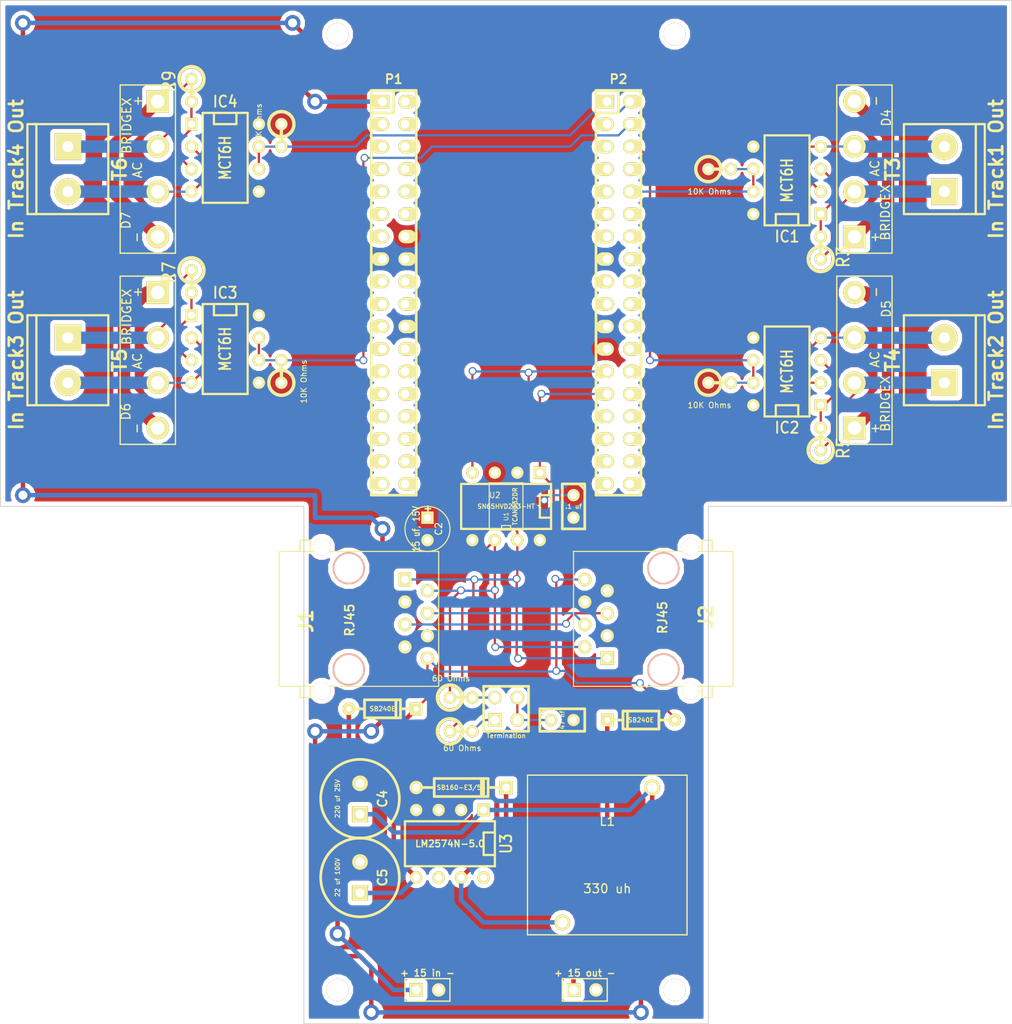
<source format=kicad_pcb>
(kicad_pcb (version 3) (host pcbnew "(22-Jun-2014 BZR 4027)-stable")
  (layers (15 F.Cu signal) (0 B.Cu signal) (18 B.Paste user) (19 F.Paste user) (20 B.SilkS user) (21 F.SilkS user) (22 B.Mask user) (23 F.Mask user) (28 Edge.Cuts user))
  (net 0 "")
  (net 1 +3.3V)
  (net 2 /CAN1_RX)
  (net 3 /CAN1_TX)
  (net 4 /CANH)
  (net 5 /CANL)
  (net 6 "/Occupancy Detector 1/OD1")
  (net 7 "/Occupancy Detector 2/OD2")
  (net 8 "/Occupancy Detector 3/OD3")
  (net 9 "/Occupancy Detector 4/OD4")
  (net 10 "/Power Supply/12-15 Volt input")
  (net 11 "/Power Supply/5V Out")
  (net 12 GND)
  (net 13 N-0000010)
  (net 14 N-000002)
  (net 15 N-000003)
  (net 16 N-000006)
  (net 17 N-000007)
  (net 18 N-0000071)
  (net 19 N-0000072)
  (net 20 N-0000082)
  (net 21 N-0000083)
  (net 22 N-0000084)
  (net 23 N-0000085)
  (net 24 N-0000086)
  (net 25 N-0000087)
  (net 26 N-0000088)
  (net 27 N-0000089)
  (net 28 N-0000090)
  (net 29 N-0000091)
  (net 30 N-0000092)
  (net 31 N-0000093)
  (net 32 N-0000094)
  (net 33 N-0000095)
  (net 34 N-0000096)
  (net 35 N-0000097)
  (net 36 N-0000098)
  (module pin_socket_18x2 (layer F.Cu) (at 128.27 102.87 270)
    (fp_text reference P1 (at -24.13 0 360) (layer F.SilkS) (effects (font (size 1.016 1.016) (thickness 0.2032))))
    (fp_text value POCKETBEAGLE-P1 hide)
    (pad 1 thru_hole rect (at -21.59 1.27 270) (size 1.524 1.99898) (drill 1.00076 (offset 0 0.24892)) (layers *.Cu *.Mask F.SilkS) (net 11 "/Power Supply/5V Out"))
    (pad 2 thru_hole oval (at -21.59 -1.27 270) (size 1.524 1.99898) (drill 1.00076 (offset 0 -0.24892)) (layers *.Cu *.Mask F.SilkS))
    (pad 3 thru_hole oval (at -19.05 1.27 270) (size 1.524 1.99898) (drill 1.00076 (offset 0 0.24892)) (layers *.Cu *.Mask F.SilkS))
    (pad 4 thru_hole oval (at -19.05 -1.27 270) (size 1.524 1.99898) (drill 1.00076 (offset 0 -0.24892)) (layers *.Cu *.Mask F.SilkS))
    (pad 5 thru_hole oval (at -16.51 1.27 270) (size 1.524 1.99898) (drill 1.00076 (offset 0 0.24892)) (layers *.Cu *.Mask F.SilkS))
    (pad 6 thru_hole oval (at -16.51 -1.27 270) (size 1.524 1.99898) (drill 1.00076 (offset 0 -0.24892)) (layers *.Cu *.Mask F.SilkS))
    (pad 7 thru_hole oval (at -13.97 1.27 270) (size 1.524 1.99898) (drill 1.00076 (offset 0 0.24892)) (layers *.Cu *.Mask F.SilkS))
    (pad 8 thru_hole oval (at -13.97 -1.27 270) (size 1.524 1.99898) (drill 1.00076 (offset 0 -0.24892)) (layers *.Cu *.Mask F.SilkS))
    (pad 9 thru_hole oval (at -11.43 1.27 270) (size 1.524 1.99898) (drill 1.00076 (offset 0 0.24892)) (layers *.Cu *.Mask F.SilkS))
    (pad 10 thru_hole oval (at -11.43 -1.27 270) (size 1.524 1.99898) (drill 1.00076 (offset 0 -0.24892)) (layers *.Cu *.Mask F.SilkS))
    (pad 11 thru_hole oval (at -8.89 1.27 270) (size 1.524 1.99898) (drill 1.00076 (offset 0 0.24892)) (layers *.Cu *.Mask F.SilkS))
    (pad 12 thru_hole oval (at -8.89 -1.27 270) (size 1.524 1.99898) (drill 1.00076 (offset 0 -0.24892)) (layers *.Cu *.Mask F.SilkS))
    (pad 13 thru_hole oval (at -6.35 1.27 270) (size 1.524 1.99898) (drill 1.00076 (offset 0 0.24892)) (layers *.Cu *.Mask F.SilkS))
    (pad 14 thru_hole oval (at -6.35 -1.27 270) (size 1.524 1.99898) (drill 1.00076 (offset 0 -0.24892)) (layers *.Cu *.Mask F.SilkS) (net 1 +3.3V))
    (pad 15 thru_hole oval (at -3.81 1.27 270) (size 1.524 1.99898) (drill 1.00076 (offset 0 0.24892)) (layers *.Cu *.Mask F.SilkS) (net 12 GND))
    (pad 16 thru_hole oval (at -3.81 -1.27 270) (size 1.524 1.99898) (drill 1.00076 (offset 0 -0.24892)) (layers *.Cu *.Mask F.SilkS) (net 12 GND))
    (pad 17 thru_hole oval (at -1.27 1.27 270) (size 1.524 1.99898) (drill 1.00076 (offset 0 0.24892)) (layers *.Cu *.Mask F.SilkS))
    (pad 18 thru_hole oval (at -1.27 -1.27 270) (size 1.524 1.99898) (drill 1.00076 (offset 0 -0.24892)) (layers *.Cu *.Mask F.SilkS))
    (pad 19 thru_hole oval (at 1.27 1.27 270) (size 1.524 1.99898) (drill 1.00076 (offset 0 0.24892)) (layers *.Cu *.Mask F.SilkS))
    (pad 20 thru_hole oval (at 1.27 -1.27 270) (size 1.524 1.99898) (drill 1.00076 (offset 0 -0.24892)) (layers *.Cu *.Mask F.SilkS))
    (pad 21 thru_hole oval (at 3.81 1.27 270) (size 1.524 1.99898) (drill 1.00076 (offset 0 0.24892)) (layers *.Cu *.Mask F.SilkS))
    (pad 22 thru_hole oval (at 3.81 -1.27 270) (size 1.524 1.99898) (drill 1.00076 (offset 0 -0.24892)) (layers *.Cu *.Mask F.SilkS) (net 12 GND))
    (pad 23 thru_hole oval (at 6.35 1.27 270) (size 1.524 1.99898) (drill 1.00076 (offset 0 0.24892)) (layers *.Cu *.Mask F.SilkS))
    (pad 24 thru_hole oval (at 6.35 -1.27 270) (size 1.524 1.99898) (drill 1.00076 (offset 0 -0.24892)) (layers *.Cu *.Mask F.SilkS))
    (pad 25 thru_hole oval (at 8.89 1.27 270) (size 1.524 1.99898) (drill 1.00076 (offset 0 0.24892)) (layers *.Cu *.Mask F.SilkS))
    (pad 26 thru_hole oval (at 8.89 -1.27 270) (size 1.524 1.99898) (drill 1.00076 (offset 0 -0.24892)) (layers *.Cu *.Mask F.SilkS))
    (pad 27 thru_hole oval (at 11.43 1.27 270) (size 1.524 1.99898) (drill 1.00076 (offset 0 0.24892)) (layers *.Cu *.Mask F.SilkS))
    (pad 28 thru_hole oval (at 11.43 -1.27 270) (size 1.524 1.99898) (drill 1.00076 (offset 0 -0.24892)) (layers *.Cu *.Mask F.SilkS))
    (pad 29 thru_hole oval (at 13.97 1.27 270) (size 1.524 1.99898) (drill 1.00076 (offset 0 0.24892)) (layers *.Cu *.Mask F.SilkS))
    (pad 30 thru_hole oval (at 13.97 -1.27 270) (size 1.524 1.99898) (drill 1.00076 (offset 0 -0.24892)) (layers *.Cu *.Mask F.SilkS))
    (pad 31 thru_hole oval (at 16.51 1.27 270) (size 1.524 1.99898) (drill 1.00076 (offset 0 0.24892)) (layers *.Cu *.Mask F.SilkS))
    (pad 32 thru_hole oval (at 16.51 -1.27 270) (size 1.524 1.99898) (drill 1.00076 (offset 0 -0.24892)) (layers *.Cu *.Mask F.SilkS))
    (pad 33 thru_hole oval (at 19.05 1.27 270) (size 1.524 1.99898) (drill 1.00076 (offset 0 0.24892)) (layers *.Cu *.Mask F.SilkS))
    (pad 34 thru_hole oval (at 19.05 -1.27 270) (size 1.524 1.99898) (drill 1.00076 (offset 0 -0.24892)) (layers *.Cu *.Mask F.SilkS))
    (pad 35 thru_hole oval (at 21.59 1.27 270) (size 1.524 1.99898) (drill 1.00076 (offset 0 0.24892)) (layers *.Cu *.Mask F.SilkS))
    (pad 36 thru_hole oval (at 21.59 -1.27 270) (size 1.524 1.99898) (drill 1.00076 (offset 0 -0.24892)) (layers *.Cu *.Mask F.SilkS))
  )
  (module pin_socket_18x2 (layer F.Cu) (at 153.67 102.87 270)
    (fp_text reference P2 (at -24.13 0 360) (layer F.SilkS) (effects (font (size 1.016 1.016) (thickness 0.2032))))
    (fp_text value POCKETBEAGLE-P2 hide)
    (pad 1 thru_hole rect (at -21.59 1.27 270) (size 1.524 1.99898) (drill 1.00076 (offset 0 0.24892)) (layers *.Cu *.Mask F.SilkS))
    (pad 2 thru_hole oval (at -21.59 -1.27 270) (size 1.524 1.99898) (drill 1.00076 (offset 0 -0.24892)) (layers *.Cu *.Mask F.SilkS) (net 9 "/Occupancy Detector 4/OD4"))
    (pad 3 thru_hole oval (at -19.05 1.27 270) (size 1.524 1.99898) (drill 1.00076 (offset 0 0.24892)) (layers *.Cu *.Mask F.SilkS))
    (pad 4 thru_hole oval (at -19.05 -1.27 270) (size 1.524 1.99898) (drill 1.00076 (offset 0 -0.24892)) (layers *.Cu *.Mask F.SilkS) (net 8 "/Occupancy Detector 3/OD3"))
    (pad 5 thru_hole oval (at -16.51 1.27 270) (size 1.524 1.99898) (drill 1.00076 (offset 0 0.24892)) (layers *.Cu *.Mask F.SilkS))
    (pad 6 thru_hole oval (at -16.51 -1.27 270) (size 1.524 1.99898) (drill 1.00076 (offset 0 -0.24892)) (layers *.Cu *.Mask F.SilkS) (net 7 "/Occupancy Detector 2/OD2"))
    (pad 7 thru_hole oval (at -13.97 1.27 270) (size 1.524 1.99898) (drill 1.00076 (offset 0 0.24892)) (layers *.Cu *.Mask F.SilkS))
    (pad 8 thru_hole oval (at -13.97 -1.27 270) (size 1.524 1.99898) (drill 1.00076 (offset 0 -0.24892)) (layers *.Cu *.Mask F.SilkS))
    (pad 9 thru_hole oval (at -11.43 1.27 270) (size 1.524 1.99898) (drill 1.00076 (offset 0 0.24892)) (layers *.Cu *.Mask F.SilkS))
    (pad 10 thru_hole oval (at -11.43 -1.27 270) (size 1.524 1.99898) (drill 1.00076 (offset 0 -0.24892)) (layers *.Cu *.Mask F.SilkS) (net 6 "/Occupancy Detector 1/OD1"))
    (pad 11 thru_hole oval (at -8.89 1.27 270) (size 1.524 1.99898) (drill 1.00076 (offset 0 0.24892)) (layers *.Cu *.Mask F.SilkS))
    (pad 12 thru_hole oval (at -8.89 -1.27 270) (size 1.524 1.99898) (drill 1.00076 (offset 0 -0.24892)) (layers *.Cu *.Mask F.SilkS))
    (pad 13 thru_hole oval (at -6.35 1.27 270) (size 1.524 1.99898) (drill 1.00076 (offset 0 0.24892)) (layers *.Cu *.Mask F.SilkS))
    (pad 14 thru_hole oval (at -6.35 -1.27 270) (size 1.524 1.99898) (drill 1.00076 (offset 0 -0.24892)) (layers *.Cu *.Mask F.SilkS))
    (pad 15 thru_hole oval (at -3.81 1.27 270) (size 1.524 1.99898) (drill 1.00076 (offset 0 0.24892)) (layers *.Cu *.Mask F.SilkS) (net 12 GND))
    (pad 16 thru_hole oval (at -3.81 -1.27 270) (size 1.524 1.99898) (drill 1.00076 (offset 0 -0.24892)) (layers *.Cu *.Mask F.SilkS))
    (pad 17 thru_hole oval (at -1.27 1.27 270) (size 1.524 1.99898) (drill 1.00076 (offset 0 0.24892)) (layers *.Cu *.Mask F.SilkS))
    (pad 18 thru_hole oval (at -1.27 -1.27 270) (size 1.524 1.99898) (drill 1.00076 (offset 0 -0.24892)) (layers *.Cu *.Mask F.SilkS))
    (pad 19 thru_hole oval (at 1.27 1.27 270) (size 1.524 1.99898) (drill 1.00076 (offset 0 0.24892)) (layers *.Cu *.Mask F.SilkS))
    (pad 20 thru_hole oval (at 1.27 -1.27 270) (size 1.524 1.99898) (drill 1.00076 (offset 0 -0.24892)) (layers *.Cu *.Mask F.SilkS))
    (pad 21 thru_hole oval (at 3.81 1.27 270) (size 1.524 1.99898) (drill 1.00076 (offset 0 0.24892)) (layers *.Cu *.Mask F.SilkS) (net 12 GND))
    (pad 22 thru_hole oval (at 3.81 -1.27 270) (size 1.524 1.99898) (drill 1.00076 (offset 0 -0.24892)) (layers *.Cu *.Mask F.SilkS))
    (pad 23 thru_hole oval (at 6.35 1.27 270) (size 1.524 1.99898) (drill 1.00076 (offset 0 0.24892)) (layers *.Cu *.Mask F.SilkS) (net 1 +3.3V))
    (pad 24 thru_hole oval (at 6.35 -1.27 270) (size 1.524 1.99898) (drill 1.00076 (offset 0 -0.24892)) (layers *.Cu *.Mask F.SilkS))
    (pad 25 thru_hole oval (at 8.89 1.27 270) (size 1.524 1.99898) (drill 1.00076 (offset 0 0.24892)) (layers *.Cu *.Mask F.SilkS) (net 2 /CAN1_RX))
    (pad 26 thru_hole oval (at 8.89 -1.27 270) (size 1.524 1.99898) (drill 1.00076 (offset 0 -0.24892)) (layers *.Cu *.Mask F.SilkS))
    (pad 27 thru_hole oval (at 11.43 1.27 270) (size 1.524 1.99898) (drill 1.00076 (offset 0 0.24892)) (layers *.Cu *.Mask F.SilkS) (net 3 /CAN1_TX))
    (pad 28 thru_hole oval (at 11.43 -1.27 270) (size 1.524 1.99898) (drill 1.00076 (offset 0 -0.24892)) (layers *.Cu *.Mask F.SilkS))
    (pad 29 thru_hole oval (at 13.97 1.27 270) (size 1.524 1.99898) (drill 1.00076 (offset 0 0.24892)) (layers *.Cu *.Mask F.SilkS))
    (pad 30 thru_hole oval (at 13.97 -1.27 270) (size 1.524 1.99898) (drill 1.00076 (offset 0 -0.24892)) (layers *.Cu *.Mask F.SilkS))
    (pad 31 thru_hole oval (at 16.51 1.27 270) (size 1.524 1.99898) (drill 1.00076 (offset 0 0.24892)) (layers *.Cu *.Mask F.SilkS))
    (pad 32 thru_hole oval (at 16.51 -1.27 270) (size 1.524 1.99898) (drill 1.00076 (offset 0 -0.24892)) (layers *.Cu *.Mask F.SilkS))
    (pad 33 thru_hole oval (at 19.05 1.27 270) (size 1.524 1.99898) (drill 1.00076 (offset 0 0.24892)) (layers *.Cu *.Mask F.SilkS))
    (pad 34 thru_hole oval (at 19.05 -1.27 270) (size 1.524 1.99898) (drill 1.00076 (offset 0 -0.24892)) (layers *.Cu *.Mask F.SilkS))
    (pad 35 thru_hole oval (at 21.59 1.27 270) (size 1.524 1.99898) (drill 1.00076 (offset 0 0.24892)) (layers *.Cu *.Mask F.SilkS))
    (pad 36 thru_hole oval (at 21.59 -1.27 270) (size 1.524 1.99898) (drill 1.00076 (offset 0 -0.24892)) (layers *.Cu *.Mask F.SilkS))
  )
  (module SOIC-8_N (layer F.Cu) (at 140.97 127 90)
    (fp_text reference U1 (at -1.143 0 90) (layer F.SilkS) (effects (font (size 0.5 0.5) (thickness 0.075))))
    (fp_text value TCAN332DR (at 0 1.016 90) (layer F.SilkS) (effects (font (size 0.5 0.5) (thickness 0.1))))
    (pad 8 smd rect (at -1.875 -2.7 90) (size 0.6 1.6) (layers F.Cu F.Paste F.Mask))
    (pad 1 smd rect (at -1.875 2.7 90) (size 0.6 1.6) (layers F.Cu F.Paste F.Mask) (net 3 /CAN1_TX))
    (pad 7 smd rect (at -0.625 -2.7 90) (size 0.6 1.6) (layers F.Cu F.Paste F.Mask) (net 4 /CANH))
    (pad 6 smd rect (at 0.625 -2.7 90) (size 0.6 1.6) (layers F.Cu F.Paste F.Mask) (net 5 /CANL))
    (pad 5 smd rect (at 1.875 -2.7 90) (size 0.6 1.6) (layers F.Cu F.Paste F.Mask))
    (pad 2 smd rect (at -0.625 2.7 90) (size 0.6 1.6) (layers F.Cu F.Paste F.Mask) (net 12 GND))
    (pad 3 smd rect (at 0.625 2.7 90) (size 0.6 1.6) (layers F.Cu F.Paste F.Mask) (net 1 +3.3V))
    (pad 4 smd rect (at 1.875 2.7 90) (size 0.6 1.6) (layers F.Cu F.Paste F.Mask) (net 2 /CAN1_RX))
  )
  (module ScrewTerm2.54-2 (layer F.Cu) (at 132.08 181.61)
    (fp_text reference T1 hide)
    (fp_text value "+ 15 in -" (at 0 -1.905) (layer F.SilkS) (effects (font (size 0.762 0.762) (thickness 0.1524))))
    (pad 1 thru_hole rect (at -1.27 0 90) (size 1.524 1.524) (drill 1.016) (layers *.Cu *.Mask F.SilkS) (net 18 N-0000071))
    (pad 2 thru_hole circle (at 1.27 0 90) (size 1.524 1.524) (drill 1.016) (layers *.Cu *.Mask F.SilkS) (net 12 GND))
  )
  (module ScrewTerm2.54-2 (layer F.Cu) (at 149.86 181.61)
    (fp_text reference T2 hide)
    (fp_text value "+ 15 out -" (at 0 -1.905) (layer F.SilkS) (effects (font (size 0.762 0.762) (thickness 0.1524))))
    (pad 1 thru_hole rect (at -1.27 0 90) (size 1.524 1.524) (drill 1.016) (layers *.Cu *.Mask F.SilkS) (net 19 N-0000072))
    (pad 2 thru_hole circle (at 1.27 0 90) (size 1.524 1.524) (drill 1.016) (layers *.Cu *.Mask F.SilkS) (net 12 GND))
  )
  (module RJ45_8N-S (layer F.Cu) (at 123.19 139.7 270)
    (fp_text reference J1 (at 0.254 4.826 270) (layer F.SilkS) (effects (font (size 1.524 1.524) (thickness 0.3048))))
    (fp_text value RJ45 (at 0.14224 -0.1016 270) (layer F.SilkS) (effects (font (size 1.00076 1.00076) (thickness 0.2032))))
    (pad "" np_thru_hole circle (at 5.715 0 270) (size 3.64998 3.64998) (drill 3.2512) (layers *.Cu *.SilkS *.Mask))
    (pad "" np_thru_hole circle (at -5.715 0 270) (size 3.64998 3.64998) (drill 3.2512) (layers *.Cu *.SilkS *.Mask))
    (pad 1 thru_hole rect (at -4.445 -6.35 270) (size 1.50114 1.50114) (drill 0.89916) (layers *.Cu *.Mask F.SilkS) (net 4 /CANH))
    (pad 2 thru_hole circle (at -3.175 -8.89 270) (size 1.50114 1.50114) (drill 0.89916) (layers *.Cu *.Mask F.SilkS) (net 5 /CANL))
    (pad 3 thru_hole circle (at -1.905 -6.35 270) (size 1.50114 1.50114) (drill 0.89916) (layers *.Cu *.Mask F.SilkS) (net 12 GND))
    (pad 4 thru_hole circle (at -0.635 -8.89 270) (size 1.50114 1.50114) (drill 0.89916) (layers *.Cu *.Mask F.SilkS) (net 15 N-000003))
    (pad 5 thru_hole circle (at 0.635 -6.35 270) (size 1.50114 1.50114) (drill 0.89916) (layers *.Cu *.Mask F.SilkS) (net 14 N-000002))
    (pad 6 thru_hole circle (at 1.905 -8.89 270) (size 1.50114 1.50114) (drill 0.89916) (layers *.Cu *.Mask F.SilkS) (net 12 GND))
    (pad 7 thru_hole circle (at 3.175 -6.35 270) (size 1.50114 1.50114) (drill 0.89916) (layers *.Cu *.Mask F.SilkS) (net 12 GND))
    (pad 8 thru_hole circle (at 4.445 -8.89 270) (size 1.50114 1.50114) (drill 0.89916) (layers *.Cu *.Mask F.SilkS) (net 10 "/Power Supply/12-15 Volt input"))
    (pad "" thru_hole circle (at -8.128 3.048 270) (size 1.9304 1.9304) (drill 1.9304) (layers *.Cu *.Mask F.SilkS))
    (pad "" thru_hole circle (at 8.128 3.048 270) (size 1.9304 1.9304) (drill 1.9304) (layers *.Cu *.Mask F.SilkS))
  )
  (module RJ45_8N-S (layer F.Cu) (at 158.75 139.7 90)
    (fp_text reference J2 (at 0.254 4.826 90) (layer F.SilkS) (effects (font (size 1.524 1.524) (thickness 0.3048))))
    (fp_text value RJ45 (at 0.14224 -0.1016 90) (layer F.SilkS) (effects (font (size 1.00076 1.00076) (thickness 0.2032))))
    (pad "" np_thru_hole circle (at 5.715 0 90) (size 3.64998 3.64998) (drill 3.2512) (layers *.Cu *.SilkS *.Mask))
    (pad "" np_thru_hole circle (at -5.715 0 90) (size 3.64998 3.64998) (drill 3.2512) (layers *.Cu *.SilkS *.Mask))
    (pad 1 thru_hole rect (at -4.445 -6.35 90) (size 1.50114 1.50114) (drill 0.89916) (layers *.Cu *.Mask F.SilkS) (net 4 /CANH))
    (pad 2 thru_hole circle (at -3.175 -8.89 90) (size 1.50114 1.50114) (drill 0.89916) (layers *.Cu *.Mask F.SilkS) (net 5 /CANL))
    (pad 3 thru_hole circle (at -1.905 -6.35 90) (size 1.50114 1.50114) (drill 0.89916) (layers *.Cu *.Mask F.SilkS) (net 12 GND))
    (pad 4 thru_hole circle (at -0.635 -8.89 90) (size 1.50114 1.50114) (drill 0.89916) (layers *.Cu *.Mask F.SilkS) (net 15 N-000003))
    (pad 5 thru_hole circle (at 0.635 -6.35 90) (size 1.50114 1.50114) (drill 0.89916) (layers *.Cu *.Mask F.SilkS) (net 14 N-000002))
    (pad 6 thru_hole circle (at 1.905 -8.89 90) (size 1.50114 1.50114) (drill 0.89916) (layers *.Cu *.Mask F.SilkS) (net 12 GND))
    (pad 7 thru_hole circle (at 3.175 -6.35 90) (size 1.50114 1.50114) (drill 0.89916) (layers *.Cu *.Mask F.SilkS) (net 12 GND))
    (pad 8 thru_hole circle (at 4.445 -8.89 90) (size 1.50114 1.50114) (drill 0.89916) (layers *.Cu *.Mask F.SilkS) (net 10 "/Power Supply/12-15 Volt input"))
    (pad "" thru_hole circle (at -8.128 3.048 90) (size 1.9304 1.9304) (drill 1.9304) (layers *.Cu *.Mask F.SilkS))
    (pad "" thru_hole circle (at 8.128 3.048 90) (size 1.9304 1.9304) (drill 1.9304) (layers *.Cu *.Mask F.SilkS))
  )
  (module R1 (layer F.Cu) (at 135.89 152.4)
    (fp_text reference R1 hide)
    (fp_text value "60 Ohms" (at 0.127 1.905) (layer F.SilkS) (effects (font (size 0.635 0.635) (thickness 0.1016))))
    (pad 1 thru_hole circle (at -1.27 0) (size 1.397 1.397) (drill 0.8128) (layers *.Cu *.Mask F.SilkS) (net 4 /CANH))
    (pad 2 thru_hole circle (at 1.27 0) (size 1.397 1.397) (drill 0.8128) (layers *.Cu *.Mask F.SilkS) (net 16 N-000006))
  )
  (module R1 (layer F.Cu) (at 135.89 148.59)
    (fp_text reference R2 hide)
    (fp_text value "60 Ohms" (at -1.143 -2.159) (layer F.SilkS) (effects (font (size 0.635 0.635) (thickness 0.1016))))
    (pad 1 thru_hole circle (at -1.27 0) (size 1.397 1.397) (drill 0.8128) (layers *.Cu *.Mask F.SilkS) (net 5 /CANL))
    (pad 2 thru_hole circle (at 1.27 0) (size 1.397 1.397) (drill 0.8128) (layers *.Cu *.Mask F.SilkS) (net 17 N-000007))
  )
  (module PIN_ARRAY_2X2 (layer F.Cu) (at 140.97 149.86)
    (fp_text reference JMP1 hide)
    (fp_text value Termination (at 0 3.048) (layer F.SilkS) (effects (font (size 0.508 0.508) (thickness 0.1016))))
    (pad 1 thru_hole rect (at -1.27 1.27) (size 1.524 1.524) (drill 1.016) (layers *.Cu *.Mask F.SilkS) (net 16 N-000006))
    (pad 2 thru_hole circle (at -1.27 -1.27) (size 1.524 1.524) (drill 1.016) (layers *.Cu *.Mask F.SilkS) (net 17 N-000007))
    (pad 3 thru_hole circle (at 1.27 1.27) (size 1.524 1.524) (drill 1.016) (layers *.Cu *.Mask F.SilkS) (net 13 N-0000010))
    (pad 4 thru_hole circle (at 1.27 -1.27) (size 1.524 1.524) (drill 1.016) (layers *.Cu *.Mask F.SilkS) (net 13 N-0000010))
  )
  (module DO-35 (layer F.Cu) (at 127 149.86)
    (fp_text reference D1 hide)
    (fp_text value SB240E (at 0 0) (layer F.SilkS) (effects (font (size 0.508 0.508) (thickness 0.1016))))
    (pad 2 thru_hole rect (at 3.81 0) (size 1.4224 1.4224) (drill 0.6096) (layers *.Cu *.Mask F.SilkS) (net 10 "/Power Supply/12-15 Volt input"))
    (pad 1 thru_hole circle (at -3.81 0) (size 1.4224 1.4224) (drill 0.6096) (layers *.Cu *.Mask F.SilkS) (net 18 N-0000071))
  )
  (module DIP-8__300 (layer F.Cu) (at 140.97 127 180)
    (fp_text reference U2 (at 1.27 1.27 180) (layer F.SilkS) (effects (font (size 0.635 0.635) (thickness 0.1016))))
    (fp_text value SN65HVD233-HT (at 0 0 180) (layer F.SilkS) (effects (font (size 0.508 0.508) (thickness 0.1016))))
    (pad 1 thru_hole rect (at -3.81 3.81 180) (size 1.397 1.397) (drill 0.8128) (layers *.Cu *.Mask F.SilkS) (net 3 /CAN1_TX))
    (pad 2 thru_hole circle (at -1.27 3.81 180) (size 1.397 1.397) (drill 0.8128) (layers *.Cu *.Mask F.SilkS) (net 12 GND))
    (pad 3 thru_hole circle (at 1.27 3.81 180) (size 1.397 1.397) (drill 0.8128) (layers *.Cu *.Mask F.SilkS) (net 1 +3.3V))
    (pad 4 thru_hole circle (at 3.81 3.81 180) (size 1.397 1.397) (drill 0.8128) (layers *.Cu *.Mask F.SilkS) (net 2 /CAN1_RX))
    (pad 5 thru_hole circle (at 3.81 -3.81 180) (size 1.397 1.397) (drill 0.8128) (layers *.Cu *.Mask F.SilkS) (net 12 GND))
    (pad 6 thru_hole circle (at 1.27 -3.81 180) (size 1.397 1.397) (drill 0.8128) (layers *.Cu *.Mask F.SilkS) (net 5 /CANL))
    (pad 7 thru_hole circle (at -1.27 -3.81 180) (size 1.397 1.397) (drill 0.8128) (layers *.Cu *.Mask F.SilkS) (net 4 /CANH))
    (pad 8 thru_hole circle (at -3.81 -3.81 180) (size 1.397 1.397) (drill 0.8128) (layers *.Cu *.Mask F.SilkS) (net 12 GND))
  )
  (module C1V5 (layer F.Cu) (at 132.08 129.54 270)
    (fp_text reference C2 (at 0 -1.26746 270) (layer F.SilkS) (effects (font (size 0.762 0.762) (thickness 0.127))))
    (fp_text value "15 uf, 15V" (at 0 1.27 270) (layer F.SilkS) (effects (font (size 0.762 0.635) (thickness 0.127))))
    (fp_text user + (at -2.286 0 270) (layer F.SilkS) (effects (font (size 0.762 0.762) (thickness 0.2032))))
    (pad 1 thru_hole rect (at -1.27 0 270) (size 1.397 1.397) (drill 0.8128) (layers *.Cu *.Mask F.SilkS) (net 1 +3.3V))
    (pad 2 thru_hole circle (at 1.27 0 270) (size 1.397 1.397) (drill 0.8128) (layers *.Cu *.Mask F.SilkS) (net 12 GND))
  )
  (module C1 (layer F.Cu) (at 148.59 127 270)
    (fp_text reference C1 hide)
    (fp_text value ".1 uf" (at 0 0 360) (layer F.SilkS) (effects (font (size 0.508 0.508) (thickness 0.1016))))
    (pad 1 thru_hole circle (at -1.27 0 270) (size 1.397 1.397) (drill 0.8128) (layers *.Cu *.Mask F.SilkS) (net 1 +3.3V))
    (pad 2 thru_hole circle (at 1.27 0 270) (size 1.397 1.397) (drill 0.8128) (layers *.Cu *.Mask F.SilkS) (net 12 GND))
  )
  (module C1 (layer F.Cu) (at 147.32 151.13)
    (fp_text reference C3 hide)
    (fp_text value "47 nf" (at 0 0 90) (layer F.SilkS) (effects (font (size 0.508 0.508) (thickness 0.1016))))
    (pad 1 thru_hole circle (at -1.27 0) (size 1.397 1.397) (drill 0.8128) (layers *.Cu *.Mask F.SilkS) (net 13 N-0000010))
    (pad 2 thru_hole circle (at 1.27 0) (size 1.397 1.397) (drill 0.8128) (layers *.Cu *.Mask F.SilkS) (net 12 GND))
  )
  (module DO-35 (layer F.Cu) (at 156.21 151.13 180)
    (fp_text reference D2 hide)
    (fp_text value SB240E (at 0 0 180) (layer F.SilkS) (effects (font (size 0.508 0.508) (thickness 0.1016))))
    (pad 2 thru_hole rect (at 3.81 0 180) (size 1.4224 1.4224) (drill 0.6096) (layers *.Cu *.Mask F.SilkS) (net 19 N-0000072))
    (pad 1 thru_hole circle (at -3.81 0 180) (size 1.4224 1.4224) (drill 0.6096) (layers *.Cu *.Mask F.SilkS) (net 10 "/Power Supply/12-15 Volt input"))
  )
  (module MountingHole_2-5mm_RevA_Date21Jun2010 (layer F.Cu) (at 160.02 73.66)
    (fp_text reference MH hide)
    (fp_text value MountingHole_2-5mm_RevA_Date21Jun2010 hide)
    (pad 1 thru_hole circle (at 0 0) (size 2.49936 2.49936) (drill 2.49936) (layers))
  )
  (module MountingHole_2-5mm_RevA_Date21Jun2010 (layer F.Cu) (at 121.92 73.66)
    (fp_text reference MH hide)
    (fp_text value MountingHole_2-5mm_RevA_Date21Jun2010 hide)
    (pad 1 thru_hole circle (at 0 0) (size 2.49936 2.49936) (drill 2.49936) (layers))
  )
  (module MountingHole_2-5mm_RevA_Date21Jun2010 (layer F.Cu) (at 160.02 181.61)
    (fp_text reference MH hide)
    (fp_text value MountingHole_2-5mm_RevA_Date21Jun2010 hide)
    (pad 1 thru_hole circle (at 0 0) (size 2.49936 2.49936) (drill 2.49936) (layers))
  )
  (module MountingHole_2-5mm_RevA_Date21Jun2010 (layer F.Cu) (at 121.92 181.61)
    (fp_text reference MH hide)
    (fp_text value MountingHole_2-5mm_RevA_Date21Jun2010 hide)
    (pad 1 thru_hole circle (at 0 0) (size 2.49936 2.49936) (drill 2.49936) (layers))
  )
  (module DO-41 (layer F.Cu) (at 135.89 158.75)
    (fp_text reference D3 hide)
    (fp_text value SB160-E3/54 (at 0 0) (layer F.SilkS) (effects (font (size 0.508 0.508) (thickness 0.1016))))
    (pad 2 thru_hole rect (at 5.08 0) (size 1.524 1.524) (drill 0.889) (layers *.Cu *.Mask F.SilkS) (net 24 N-0000086))
    (pad 1 thru_hole circle (at -5.08 0) (size 1.524 1.524) (drill 0.889) (layers *.Cu *.Mask F.SilkS) (net 12 GND))
  )
  (module DIP-8__300 (layer F.Cu) (at 134.62 165.1 180)
    (fp_text reference U3 (at -6.35 0 270) (layer F.SilkS) (effects (font (size 1.27 1.143) (thickness 0.2032))))
    (fp_text value LM2574N-5.0 (at 0 0 180) (layer F.SilkS) (effects (font (size 0.75 0.75))))
    (pad 1 thru_hole rect (at -3.81 3.81 180) (size 1.397 1.397) (drill 0.8128) (layers *.Cu *.Mask F.SilkS) (net 11 "/Power Supply/5V Out"))
    (pad 2 thru_hole circle (at -1.27 3.81 180) (size 1.397 1.397) (drill 0.8128) (layers *.Cu *.Mask F.SilkS) (net 12 GND))
    (pad 3 thru_hole circle (at 1.27 3.81 180) (size 1.397 1.397) (drill 0.8128) (layers *.Cu *.Mask F.SilkS) (net 12 GND))
    (pad 4 thru_hole circle (at 3.81 3.81 180) (size 1.397 1.397) (drill 0.8128) (layers *.Cu *.Mask F.SilkS) (net 12 GND))
    (pad 5 thru_hole circle (at 3.81 -3.81 180) (size 1.397 1.397) (drill 0.8128) (layers *.Cu *.Mask F.SilkS) (net 10 "/Power Supply/12-15 Volt input"))
    (pad 6 thru_hole circle (at 1.27 -3.81 180) (size 1.397 1.397) (drill 0.8128) (layers *.Cu *.Mask F.SilkS))
    (pad 7 thru_hole circle (at -1.27 -3.81 180) (size 1.397 1.397) (drill 0.8128) (layers *.Cu *.Mask F.SilkS) (net 24 N-0000086))
    (pad 8 thru_hole circle (at -3.81 -3.81 180) (size 1.397 1.397) (drill 0.8128) (layers *.Cu *.Mask F.SilkS))
  )
  (module C1-3V8 (layer F.Cu) (at 124.46 160.02 90)
    (fp_text reference C4 (at 0 2.54 90) (layer F.SilkS) (effects (font (size 1.016 1.016) (thickness 0.2032))))
    (fp_text value "220 uf 25V" (at 0 -2.54 90) (layer F.SilkS) (effects (font (size 0.508 0.508) (thickness 0.1016))))
    (pad 1 thru_hole rect (at -1.75 0 90) (size 1.778 1.778) (drill 1.016) (layers *.Cu *.Mask F.SilkS) (net 11 "/Power Supply/5V Out"))
    (pad 2 thru_hole circle (at 1.75 0 90) (size 1.778 1.778) (drill 1.016) (layers *.Cu *.Mask F.SilkS) (net 12 GND))
  )
  (module C1-3V8 (layer F.Cu) (at 124.46 168.91 90)
    (fp_text reference C5 (at 0 2.54 90) (layer F.SilkS) (effects (font (size 1.016 1.016) (thickness 0.2032))))
    (fp_text value "22 uf 100V" (at 0 -2.54 90) (layer F.SilkS) (effects (font (size 0.508 0.508) (thickness 0.1016))))
    (pad 1 thru_hole rect (at -1.75 0 90) (size 1.778 1.778) (drill 1.016) (layers *.Cu *.Mask F.SilkS) (net 10 "/Power Supply/12-15 Volt input"))
    (pad 2 thru_hole circle (at 1.75 0 90) (size 1.778 1.778) (drill 1.016) (layers *.Cu *.Mask F.SilkS) (net 12 GND))
  )
  (module PE-LowProfile (layer F.Cu) (at 152.4 166.37)
    (fp_text reference L1 (at 0 -3.81) (layer F.SilkS))
    (fp_text value "330 uh" (at 0 3.81) (layer F.SilkS))
    (pad 1 thru_hole circle (at 5.08 -7.62) (size 1.78 1.78) (drill 1.14) (layers *.Cu *.Mask F.SilkS) (net 11 "/Power Supply/5V Out"))
    (pad 2 thru_hole circle (at -5.08 7.62) (size 1.78 1.78) (drill 1.14) (layers *.Cu *.Mask F.SilkS) (net 24 N-0000086))
  )
  (module R1 (layer F.Cu) (at 176.53 97.79 90)
    (fp_text reference R3 (at -1.016 2.54 90) (layer F.SilkS) (effects (font (size 1.397 1.27) (thickness 0.2032))))
    (fp_text value "10 Ohms" hide)
    (pad 1 thru_hole circle (at -1.27 0 90) (size 1.397 1.397) (drill 0.8128) (layers *.Cu *.Mask F.SilkS) (net 33 N-0000095))
    (pad 2 thru_hole circle (at 1.27 0 90) (size 1.397 1.397) (drill 0.8128) (layers *.Cu *.Mask F.SilkS) (net 35 N-0000097))
  )
  (module R1 (layer F.Cu) (at 115.57 85.09 270)
    (fp_text reference R10 hide)
    (fp_text value "10K Ohms" (at -1.143 2.54 270) (layer F.SilkS) (effects (font (size 0.635 0.635) (thickness 0.1016))))
    (pad 1 thru_hole circle (at -1.27 0 270) (size 1.397 1.397) (drill 0.8128) (layers *.Cu *.Mask F.SilkS) (net 1 +3.3V))
    (pad 2 thru_hole circle (at 1.27 0 270) (size 1.397 1.397) (drill 0.8128) (layers *.Cu *.Mask F.SilkS) (net 9 "/Occupancy Detector 4/OD4"))
  )
  (module R1 (layer F.Cu) (at 165.1 88.9)
    (fp_text reference R4 hide)
    (fp_text value "10K Ohms" (at -1.143 2.54) (layer F.SilkS) (effects (font (size 0.635 0.635) (thickness 0.1016))))
    (pad 1 thru_hole circle (at -1.27 0) (size 1.397 1.397) (drill 0.8128) (layers *.Cu *.Mask F.SilkS) (net 1 +3.3V))
    (pad 2 thru_hole circle (at 1.27 0) (size 1.397 1.397) (drill 0.8128) (layers *.Cu *.Mask F.SilkS) (net 6 "/Occupancy Detector 1/OD1"))
  )
  (module R1 (layer F.Cu) (at 105.41 80.01 270)
    (fp_text reference R9 (at -1.016 2.54 270) (layer F.SilkS) (effects (font (size 1.397 1.27) (thickness 0.2032))))
    (fp_text value "10 Ohms" hide)
    (pad 1 thru_hole circle (at -1.27 0 270) (size 1.397 1.397) (drill 0.8128) (layers *.Cu *.Mask F.SilkS) (net 25 N-0000087))
    (pad 2 thru_hole circle (at 1.27 0 270) (size 1.397 1.397) (drill 0.8128) (layers *.Cu *.Mask F.SilkS) (net 27 N-0000089))
  )
  (module R1 (layer F.Cu) (at 176.53 119.38 90)
    (fp_text reference R5 (at -1.016 2.54 90) (layer F.SilkS) (effects (font (size 1.397 1.27) (thickness 0.2032))))
    (fp_text value "10 Ohms" hide)
    (pad 1 thru_hole circle (at -1.27 0 90) (size 1.397 1.397) (drill 0.8128) (layers *.Cu *.Mask F.SilkS) (net 20 N-0000082))
    (pad 2 thru_hole circle (at 1.27 0 90) (size 1.397 1.397) (drill 0.8128) (layers *.Cu *.Mask F.SilkS) (net 22 N-0000084))
  )
  (module R1 (layer F.Cu) (at 115.57 111.76 90)
    (fp_text reference R8 hide)
    (fp_text value "10K Ohms" (at -1.143 2.54 90) (layer F.SilkS) (effects (font (size 0.635 0.635) (thickness 0.1016))))
    (pad 1 thru_hole circle (at -1.27 0 90) (size 1.397 1.397) (drill 0.8128) (layers *.Cu *.Mask F.SilkS) (net 1 +3.3V))
    (pad 2 thru_hole circle (at 1.27 0 90) (size 1.397 1.397) (drill 0.8128) (layers *.Cu *.Mask F.SilkS) (net 8 "/Occupancy Detector 3/OD3"))
  )
  (module R1 (layer F.Cu) (at 165.1 113.03)
    (fp_text reference R6 hide)
    (fp_text value "10K Ohms" (at -1.143 2.54) (layer F.SilkS) (effects (font (size 0.635 0.635) (thickness 0.1016))))
    (pad 1 thru_hole circle (at -1.27 0) (size 1.397 1.397) (drill 0.8128) (layers *.Cu *.Mask F.SilkS) (net 1 +3.3V))
    (pad 2 thru_hole circle (at 1.27 0) (size 1.397 1.397) (drill 0.8128) (layers *.Cu *.Mask F.SilkS) (net 7 "/Occupancy Detector 2/OD2"))
  )
  (module R1 (layer F.Cu) (at 105.41 101.6 270)
    (fp_text reference R7 (at -1.016 2.54 270) (layer F.SilkS) (effects (font (size 1.397 1.27) (thickness 0.2032))))
    (fp_text value "10 Ohms" hide)
    (pad 1 thru_hole circle (at -1.27 0 270) (size 1.397 1.397) (drill 0.8128) (layers *.Cu *.Mask F.SilkS) (net 31 N-0000093))
    (pad 2 thru_hole circle (at 1.27 0 270) (size 1.397 1.397) (drill 0.8128) (layers *.Cu *.Mask F.SilkS) (net 30 N-0000092))
  )
  (module KBL (layer F.Cu) (at 180.34 110.49 90)
    (fp_text reference D5 (at 5.8 3.6 90) (layer F.SilkS))
    (fp_text value BRIDGEX (at -4.9 3.5 90) (layer F.SilkS))
    (fp_text user AC (at 0.1 2.3 90) (layer F.SilkS))
    (fp_text user - (at 7.7 2.4 90) (layer F.SilkS))
    (fp_text user + (at -7.7 2.3 90) (layer F.SilkS))
    (pad 1 thru_hole rect (at -7.65 0 90) (size 2.54 2.54) (drill 1.524) (layers *.Cu *.Mask F.SilkS) (net 21 N-0000083))
    (pad 2 thru_hole circle (at -2.55 0 90) (size 2.54 2.54) (drill 1.524) (layers *.Cu *.Mask F.SilkS) (net 20 N-0000082))
    (pad 3 thru_hole circle (at 2.55 0 90) (size 2.54 2.54) (drill 1.524) (layers *.Cu *.Mask F.SilkS) (net 23 N-0000085))
    (pad 4 thru_hole circle (at 7.65 0 90) (size 2.54 2.54) (drill 1.524) (layers *.Cu *.Mask F.SilkS) (net 21 N-0000083))
  )
  (module KBL (layer F.Cu) (at 101.6 110.49 270)
    (fp_text reference D6 (at 5.8 3.6 270) (layer F.SilkS))
    (fp_text value BRIDGEX (at -4.9 3.5 270) (layer F.SilkS))
    (fp_text user AC (at 0.1 2.3 270) (layer F.SilkS))
    (fp_text user - (at 7.7 2.4 270) (layer F.SilkS))
    (fp_text user + (at -7.7 2.3 270) (layer F.SilkS))
    (pad 1 thru_hole rect (at -7.65 0 270) (size 2.54 2.54) (drill 1.524) (layers *.Cu *.Mask F.SilkS) (net 32 N-0000094))
    (pad 2 thru_hole circle (at -2.55 0 270) (size 2.54 2.54) (drill 1.524) (layers *.Cu *.Mask F.SilkS) (net 31 N-0000093))
    (pad 3 thru_hole circle (at 2.55 0 270) (size 2.54 2.54) (drill 1.524) (layers *.Cu *.Mask F.SilkS) (net 29 N-0000091))
    (pad 4 thru_hole circle (at 7.65 0 270) (size 2.54 2.54) (drill 1.524) (layers *.Cu *.Mask F.SilkS) (net 32 N-0000094))
  )
  (module KBL (layer F.Cu) (at 180.34 88.9 90)
    (fp_text reference D4 (at 5.8 3.6 90) (layer F.SilkS))
    (fp_text value BRIDGEX (at -4.9 3.5 90) (layer F.SilkS))
    (fp_text user AC (at 0.1 2.3 90) (layer F.SilkS))
    (fp_text user - (at 7.7 2.4 90) (layer F.SilkS))
    (fp_text user + (at -7.7 2.3 90) (layer F.SilkS))
    (pad 1 thru_hole rect (at -7.65 0 90) (size 2.54 2.54) (drill 1.524) (layers *.Cu *.Mask F.SilkS) (net 34 N-0000096))
    (pad 2 thru_hole circle (at -2.55 0 90) (size 2.54 2.54) (drill 1.524) (layers *.Cu *.Mask F.SilkS) (net 33 N-0000095))
    (pad 3 thru_hole circle (at 2.55 0 90) (size 2.54 2.54) (drill 1.524) (layers *.Cu *.Mask F.SilkS) (net 36 N-0000098))
    (pad 4 thru_hole circle (at 7.65 0 90) (size 2.54 2.54) (drill 1.524) (layers *.Cu *.Mask F.SilkS) (net 34 N-0000096))
  )
  (module KBL (layer F.Cu) (at 101.6 88.9 270)
    (fp_text reference D7 (at 5.8 3.6 270) (layer F.SilkS))
    (fp_text value BRIDGEX (at -4.9 3.5 270) (layer F.SilkS))
    (fp_text user AC (at 0.1 2.3 270) (layer F.SilkS))
    (fp_text user - (at 7.7 2.4 270) (layer F.SilkS))
    (fp_text user + (at -7.7 2.3 270) (layer F.SilkS))
    (pad 1 thru_hole rect (at -7.65 0 270) (size 2.54 2.54) (drill 1.524) (layers *.Cu *.Mask F.SilkS) (net 26 N-0000088))
    (pad 2 thru_hole circle (at -2.55 0 270) (size 2.54 2.54) (drill 1.524) (layers *.Cu *.Mask F.SilkS) (net 25 N-0000087))
    (pad 3 thru_hole circle (at 2.55 0 270) (size 2.54 2.54) (drill 1.524) (layers *.Cu *.Mask F.SilkS) (net 28 N-0000090))
    (pad 4 thru_hole circle (at 7.65 0 270) (size 2.54 2.54) (drill 1.524) (layers *.Cu *.Mask F.SilkS) (net 26 N-0000088))
  )
  (module DIP-8__300 (layer F.Cu) (at 109.22 109.22 270)
    (fp_text reference IC3 (at -6.35 0 360) (layer F.SilkS) (effects (font (size 1.27 1.143) (thickness 0.2032))))
    (fp_text value MCT6H (at 0 0 270) (layer F.SilkS) (effects (font (size 1.27 1.016) (thickness 0.2032))))
    (pad 1 thru_hole rect (at -3.81 3.81 270) (size 1.397 1.397) (drill 0.8128) (layers *.Cu *.Mask F.SilkS) (net 30 N-0000092))
    (pad 2 thru_hole circle (at -1.27 3.81 270) (size 1.397 1.397) (drill 0.8128) (layers *.Cu *.Mask F.SilkS) (net 29 N-0000091))
    (pad 3 thru_hole circle (at 1.27 3.81 270) (size 1.397 1.397) (drill 0.8128) (layers *.Cu *.Mask F.SilkS) (net 30 N-0000092))
    (pad 4 thru_hole circle (at 3.81 3.81 270) (size 1.397 1.397) (drill 0.8128) (layers *.Cu *.Mask F.SilkS) (net 29 N-0000091))
    (pad 5 thru_hole circle (at 3.81 -3.81 270) (size 1.397 1.397) (drill 0.8128) (layers *.Cu *.Mask F.SilkS) (net 12 GND))
    (pad 6 thru_hole circle (at 1.27 -3.81 270) (size 1.397 1.397) (drill 0.8128) (layers *.Cu *.Mask F.SilkS) (net 8 "/Occupancy Detector 3/OD3"))
    (pad 7 thru_hole circle (at -1.27 -3.81 270) (size 1.397 1.397) (drill 0.8128) (layers *.Cu *.Mask F.SilkS) (net 8 "/Occupancy Detector 3/OD3"))
    (pad 8 thru_hole circle (at -3.81 -3.81 270) (size 1.397 1.397) (drill 0.8128) (layers *.Cu *.Mask F.SilkS) (net 12 GND))
  )
  (module DIP-8__300 (layer F.Cu) (at 172.72 111.76 90)
    (fp_text reference IC2 (at -6.35 0 180) (layer F.SilkS) (effects (font (size 1.27 1.143) (thickness 0.2032))))
    (fp_text value MCT6H (at 0 0 90) (layer F.SilkS) (effects (font (size 1.27 1.016) (thickness 0.2032))))
    (pad 1 thru_hole rect (at -3.81 3.81 90) (size 1.397 1.397) (drill 0.8128) (layers *.Cu *.Mask F.SilkS) (net 22 N-0000084))
    (pad 2 thru_hole circle (at -1.27 3.81 90) (size 1.397 1.397) (drill 0.8128) (layers *.Cu *.Mask F.SilkS) (net 23 N-0000085))
    (pad 3 thru_hole circle (at 1.27 3.81 90) (size 1.397 1.397) (drill 0.8128) (layers *.Cu *.Mask F.SilkS) (net 22 N-0000084))
    (pad 4 thru_hole circle (at 3.81 3.81 90) (size 1.397 1.397) (drill 0.8128) (layers *.Cu *.Mask F.SilkS) (net 23 N-0000085))
    (pad 5 thru_hole circle (at 3.81 -3.81 90) (size 1.397 1.397) (drill 0.8128) (layers *.Cu *.Mask F.SilkS) (net 12 GND))
    (pad 6 thru_hole circle (at 1.27 -3.81 90) (size 1.397 1.397) (drill 0.8128) (layers *.Cu *.Mask F.SilkS) (net 7 "/Occupancy Detector 2/OD2"))
    (pad 7 thru_hole circle (at -1.27 -3.81 90) (size 1.397 1.397) (drill 0.8128) (layers *.Cu *.Mask F.SilkS) (net 7 "/Occupancy Detector 2/OD2"))
    (pad 8 thru_hole circle (at -3.81 -3.81 90) (size 1.397 1.397) (drill 0.8128) (layers *.Cu *.Mask F.SilkS) (net 12 GND))
  )
  (module DIP-8__300 (layer F.Cu) (at 109.22 87.63 270)
    (fp_text reference IC4 (at -6.35 0 360) (layer F.SilkS) (effects (font (size 1.27 1.143) (thickness 0.2032))))
    (fp_text value MCT6H (at 0 0 270) (layer F.SilkS) (effects (font (size 1.27 1.016) (thickness 0.2032))))
    (pad 1 thru_hole rect (at -3.81 3.81 270) (size 1.397 1.397) (drill 0.8128) (layers *.Cu *.Mask F.SilkS) (net 27 N-0000089))
    (pad 2 thru_hole circle (at -1.27 3.81 270) (size 1.397 1.397) (drill 0.8128) (layers *.Cu *.Mask F.SilkS) (net 28 N-0000090))
    (pad 3 thru_hole circle (at 1.27 3.81 270) (size 1.397 1.397) (drill 0.8128) (layers *.Cu *.Mask F.SilkS) (net 27 N-0000089))
    (pad 4 thru_hole circle (at 3.81 3.81 270) (size 1.397 1.397) (drill 0.8128) (layers *.Cu *.Mask F.SilkS) (net 28 N-0000090))
    (pad 5 thru_hole circle (at 3.81 -3.81 270) (size 1.397 1.397) (drill 0.8128) (layers *.Cu *.Mask F.SilkS) (net 12 GND))
    (pad 6 thru_hole circle (at 1.27 -3.81 270) (size 1.397 1.397) (drill 0.8128) (layers *.Cu *.Mask F.SilkS) (net 9 "/Occupancy Detector 4/OD4"))
    (pad 7 thru_hole circle (at -1.27 -3.81 270) (size 1.397 1.397) (drill 0.8128) (layers *.Cu *.Mask F.SilkS) (net 9 "/Occupancy Detector 4/OD4"))
    (pad 8 thru_hole circle (at -3.81 -3.81 270) (size 1.397 1.397) (drill 0.8128) (layers *.Cu *.Mask F.SilkS) (net 12 GND))
  )
  (module DIP-8__300 (layer F.Cu) (at 172.72 90.17 90)
    (fp_text reference IC1 (at -6.35 0 180) (layer F.SilkS) (effects (font (size 1.27 1.143) (thickness 0.2032))))
    (fp_text value MCT6H (at 0 0 90) (layer F.SilkS) (effects (font (size 1.27 1.016) (thickness 0.2032))))
    (pad 1 thru_hole rect (at -3.81 3.81 90) (size 1.397 1.397) (drill 0.8128) (layers *.Cu *.Mask F.SilkS) (net 35 N-0000097))
    (pad 2 thru_hole circle (at -1.27 3.81 90) (size 1.397 1.397) (drill 0.8128) (layers *.Cu *.Mask F.SilkS) (net 36 N-0000098))
    (pad 3 thru_hole circle (at 1.27 3.81 90) (size 1.397 1.397) (drill 0.8128) (layers *.Cu *.Mask F.SilkS) (net 35 N-0000097))
    (pad 4 thru_hole circle (at 3.81 3.81 90) (size 1.397 1.397) (drill 0.8128) (layers *.Cu *.Mask F.SilkS) (net 36 N-0000098))
    (pad 5 thru_hole circle (at 3.81 -3.81 90) (size 1.397 1.397) (drill 0.8128) (layers *.Cu *.Mask F.SilkS) (net 12 GND))
    (pad 6 thru_hole circle (at 1.27 -3.81 90) (size 1.397 1.397) (drill 0.8128) (layers *.Cu *.Mask F.SilkS) (net 6 "/Occupancy Detector 1/OD1"))
    (pad 7 thru_hole circle (at -1.27 -3.81 90) (size 1.397 1.397) (drill 0.8128) (layers *.Cu *.Mask F.SilkS) (net 6 "/Occupancy Detector 1/OD1"))
    (pad 8 thru_hole circle (at -3.81 -3.81 90) (size 1.397 1.397) (drill 0.8128) (layers *.Cu *.Mask F.SilkS) (net 12 GND))
  )
  (module mors_2p (layer F.Cu) (at 190.5 88.9 90)
    (fp_text reference T3 (at 0 -5.842 90) (layer F.SilkS) (effects (font (size 1.524 1.524) (thickness 0.3048))))
    (fp_text value "In Track1 Out" (at 0 5.842 90) (layer F.SilkS) (effects (font (size 1.524 1.524) (thickness 0.3048))))
    (pad 1 thru_hole rect (at -2.54 0 90) (size 2.99974 2.99974) (drill 1.24968) (layers *.Cu *.Mask F.SilkS) (net 33 N-0000095))
    (pad 2 thru_hole circle (at 2.54 0 90) (size 2.99974 2.99974) (drill 1.24968) (layers *.Cu *.Mask F.SilkS) (net 36 N-0000098))
  )
  (module mors_2p (layer F.Cu) (at 190.5 110.49 90)
    (fp_text reference T4 (at 0 -5.842 90) (layer F.SilkS) (effects (font (size 1.524 1.524) (thickness 0.3048))))
    (fp_text value "In Track2 Out" (at 0 5.842 90) (layer F.SilkS) (effects (font (size 1.524 1.524) (thickness 0.3048))))
    (pad 1 thru_hole rect (at -2.54 0 90) (size 2.99974 2.99974) (drill 1.24968) (layers *.Cu *.Mask F.SilkS) (net 20 N-0000082))
    (pad 2 thru_hole circle (at 2.54 0 90) (size 2.99974 2.99974) (drill 1.24968) (layers *.Cu *.Mask F.SilkS) (net 23 N-0000085))
  )
  (module mors_2p (layer F.Cu) (at 91.44 110.49 270)
    (fp_text reference T5 (at 0 -5.842 270) (layer F.SilkS) (effects (font (size 1.524 1.524) (thickness 0.3048))))
    (fp_text value "In Track3 Out" (at 0 5.842 270) (layer F.SilkS) (effects (font (size 1.524 1.524) (thickness 0.3048))))
    (pad 1 thru_hole rect (at -2.54 0 270) (size 2.99974 2.99974) (drill 1.24968) (layers *.Cu *.Mask F.SilkS) (net 31 N-0000093))
    (pad 2 thru_hole circle (at 2.54 0 270) (size 2.99974 2.99974) (drill 1.24968) (layers *.Cu *.Mask F.SilkS) (net 29 N-0000091))
  )
  (module mors_2p (layer F.Cu) (at 91.44 88.9 270)
    (fp_text reference T6 (at 0 -5.842 270) (layer F.SilkS) (effects (font (size 1.524 1.524) (thickness 0.3048))))
    (fp_text value "In Track4 Out" (at 0 5.842 270) (layer F.SilkS) (effects (font (size 1.524 1.524) (thickness 0.3048))))
    (pad 1 thru_hole rect (at -2.54 0 270) (size 2.99974 2.99974) (drill 1.24968) (layers *.Cu *.Mask F.SilkS) (net 25 N-0000087))
    (pad 2 thru_hole circle (at 2.54 0 270) (size 2.99974 2.99974) (drill 1.24968) (layers *.Cu *.Mask F.SilkS) (net 28 N-0000090))
  )
  (gr_line (start 118.111 127) (end 83.82 127) (angle 90) (layer Edge.Cuts) (width 0.1))
  (gr_line (start 83.82 69.85) (end 83.82 127) (angle 90) (layer Edge.Cuts) (width 0.1))
  (gr_line (start 198.12 127) (end 198.12 69.85) (angle 90) (layer Edge.Cuts) (width 0.1))
  (gr_line (start 163.83 127) (end 198.12 127) (angle 90) (layer Edge.Cuts) (width 0.1))
  (gr_line (start 163.83 127) (end 163.83 185.42) (angle 90) (layer Edge.Cuts) (width 0.1))
  (gr_line (start 83.82 69.85) (end 198.12 69.85) (angle 90) (layer Edge.Cuts) (width 0.1))
  (gr_line (start 118.11 185.42) (end 118.11 127) (angle 90) (layer Edge.Cuts) (width 0.1))
  (gr_line (start 163.83 185.42) (end 118.11 185.42) (angle 90) (layer Edge.Cuts) (width 0.1))
  (segment (start 143.67 126.375) (end 145.2272 126.375) (width 0.254) (layer F.Cu) (net 1))
  (segment (start 145.8722 125.73) (end 148.59 125.73) (width 0.254) (layer B.Cu) (net 1))
  (segment (start 145.288 126.3142) (end 145.8722 125.73) (width 0.254) (layer B.Cu) (net 1))
  (via (at 145.288 126.3142) (size 0.889) (layers F.Cu B.Cu) (net 1))
  (segment (start 145.2272 126.375) (end 145.288 126.3142) (width 0.254) (layer F.Cu) (net 1))
  (segment (start 143.67 125.125) (end 143.67 124.493) (width 0.254) (layer F.Cu) (net 2))
  (segment (start 143.51 111.887) (end 143.383 111.76) (width 0.254) (layer B.Cu) (net 2))
  (via (at 143.51 111.887) (size 0.889) (layers F.Cu B.Cu) (net 2))
  (segment (start 143.51 124.333) (end 143.51 111.887) (width 0.254) (layer F.Cu) (net 2))
  (segment (start 143.67 124.493) (end 143.51 124.333) (width 0.254) (layer F.Cu) (net 2))
  (segment (start 152.4 111.76) (end 143.383 111.76) (width 0.254) (layer B.Cu) (net 2))
  (segment (start 143.383 111.76) (end 137.2362 111.76) (width 0.254) (layer B.Cu) (net 2))
  (segment (start 137.16 111.7346) (end 137.16 123.19) (width 0.254) (layer F.Cu) (net 2))
  (segment (start 137.1854 111.7092) (end 137.16 111.7346) (width 0.254) (layer F.Cu) (net 2))
  (via (at 137.1854 111.7092) (size 0.889) (layers F.Cu B.Cu) (net 2))
  (segment (start 137.2362 111.76) (end 137.1854 111.7092) (width 0.254) (layer B.Cu) (net 2))
  (segment (start 144.78 123.19) (end 144.78 114.4524) (width 0.254) (layer F.Cu) (net 3))
  (segment (start 144.9832 114.3) (end 152.4 114.3) (width 0.254) (layer B.Cu) (net 3))
  (segment (start 144.9578 114.2746) (end 144.9832 114.3) (width 0.254) (layer B.Cu) (net 3))
  (via (at 144.9578 114.2746) (size 0.889) (layers F.Cu B.Cu) (net 3))
  (segment (start 144.78 114.4524) (end 144.9578 114.2746) (width 0.254) (layer F.Cu) (net 3))
  (segment (start 143.67 128.875) (end 145.9022 128.875) (width 0.254) (layer F.Cu) (net 3))
  (segment (start 146.3421 124.7521) (end 144.78 123.19) (width 0.254) (layer F.Cu) (net 3))
  (segment (start 146.3421 128.4351) (end 146.3421 124.7521) (width 0.254) (layer F.Cu) (net 3))
  (segment (start 145.9022 128.875) (end 146.3421 128.4351) (width 0.254) (layer F.Cu) (net 3))
  (via (at 137.3886 135.255) (size 0.889) (layers F.Cu B.Cu) (net 4))
  (segment (start 134.62 152.4) (end 134.62 152.273) (width 0.254) (layer F.Cu) (net 4))
  (segment (start 136.017 150.876) (end 134.62 152.273) (width 0.254) (layer F.Cu) (net 4))
  (segment (start 136.017 138.4554) (end 136.017 150.876) (width 0.254) (layer F.Cu) (net 4))
  (segment (start 137.2743 137.1981) (end 136.017 138.4554) (width 0.254) (layer F.Cu) (net 4))
  (segment (start 137.2743 135.3693) (end 137.2743 137.1981) (width 0.254) (layer F.Cu) (net 4))
  (segment (start 137.2743 135.3693) (end 137.3886 135.255) (width 0.254) (layer F.Cu) (net 4))
  (segment (start 142.1638 135.1788) (end 142.1638 144.0053) (width 0.254) (layer F.Cu) (net 4))
  (segment (start 142.3543 144.145) (end 152.4 144.145) (width 0.254) (layer B.Cu) (net 4))
  (segment (start 142.3289 144.1704) (end 142.3543 144.145) (width 0.254) (layer B.Cu) (net 4))
  (via (at 142.3289 144.1704) (size 0.889) (layers F.Cu B.Cu) (net 4))
  (segment (start 142.1638 144.0053) (end 142.3289 144.1704) (width 0.254) (layer F.Cu) (net 4))
  (segment (start 129.54 135.255) (end 137.3886 135.255) (width 0.254) (layer B.Cu) (net 4))
  (segment (start 137.3886 135.255) (end 142.0876 135.255) (width 0.254) (layer B.Cu) (net 4))
  (segment (start 142.24 135.1026) (end 142.24 130.81) (width 0.254) (layer F.Cu) (net 4))
  (segment (start 142.1638 135.1788) (end 142.24 135.1026) (width 0.254) (layer F.Cu) (net 4))
  (via (at 142.1638 135.1788) (size 0.889) (layers F.Cu B.Cu) (net 4))
  (segment (start 142.0876 135.255) (end 142.1638 135.1788) (width 0.254) (layer B.Cu) (net 4))
  (segment (start 138.27 127.625) (end 140.0329 127.625) (width 0.254) (layer F.Cu) (net 4))
  (segment (start 142.24 129.8321) (end 142.24 130.81) (width 0.254) (layer F.Cu) (net 4))
  (segment (start 140.0329 127.625) (end 142.24 129.8321) (width 0.254) (layer F.Cu) (net 4))
  (segment (start 134.62 148.59) (end 134.62 137.7188) (width 0.254) (layer F.Cu) (net 5))
  (segment (start 136.0932 136.5504) (end 136.0932 136.525) (width 0.254) (layer B.Cu) (net 5))
  (segment (start 136.0678 136.525) (end 136.0932 136.5504) (width 0.254) (layer B.Cu) (net 5))
  (segment (start 135.9154 136.525) (end 136.0678 136.525) (width 0.254) (layer B.Cu) (net 5))
  (segment (start 135.8646 136.4742) (end 135.9154 136.525) (width 0.254) (layer B.Cu) (net 5))
  (via (at 135.8646 136.4742) (size 0.889) (layers F.Cu B.Cu) (net 5))
  (segment (start 134.62 137.7188) (end 135.8646 136.4742) (width 0.254) (layer F.Cu) (net 5))
  (segment (start 139.7 136.4615) (end 139.7 142.8369) (width 0.254) (layer F.Cu) (net 5))
  (segment (start 139.7635 142.875) (end 149.86 142.875) (width 0.254) (layer B.Cu) (net 5))
  (segment (start 139.7508 142.8877) (end 139.7635 142.875) (width 0.254) (layer B.Cu) (net 5))
  (via (at 139.7508 142.8877) (size 0.889) (layers F.Cu B.Cu) (net 5))
  (segment (start 139.7 142.8369) (end 139.7508 142.8877) (width 0.254) (layer F.Cu) (net 5))
  (segment (start 132.08 136.525) (end 136.0932 136.525) (width 0.254) (layer B.Cu) (net 5))
  (segment (start 136.0932 136.525) (end 139.6365 136.525) (width 0.254) (layer B.Cu) (net 5))
  (segment (start 139.7 136.4615) (end 139.7 130.81) (width 0.254) (layer F.Cu) (net 5))
  (via (at 139.7 136.4615) (size 0.889) (layers F.Cu B.Cu) (net 5))
  (segment (start 139.6365 136.525) (end 139.7 136.4615) (width 0.254) (layer B.Cu) (net 5))
  (segment (start 138.27 126.375) (end 136.9849 126.375) (width 0.254) (layer F.Cu) (net 5))
  (segment (start 138.2776 132.2324) (end 139.7 130.81) (width 0.254) (layer F.Cu) (net 5))
  (segment (start 136.2964 132.2324) (end 138.2776 132.2324) (width 0.254) (layer F.Cu) (net 5))
  (segment (start 135.636 131.572) (end 136.2964 132.2324) (width 0.254) (layer F.Cu) (net 5))
  (segment (start 135.636 130.0734) (end 135.636 131.572) (width 0.254) (layer F.Cu) (net 5))
  (segment (start 136.5377 129.1717) (end 135.636 130.0734) (width 0.254) (layer F.Cu) (net 5))
  (segment (start 136.5377 126.8222) (end 136.5377 129.1717) (width 0.254) (layer F.Cu) (net 5))
  (segment (start 136.9849 126.375) (end 136.5377 126.8222) (width 0.254) (layer F.Cu) (net 5))
  (segment (start 168.91 91.44) (end 154.94 91.44) (width 0.254) (layer B.Cu) (net 6))
  (segment (start 168.91 88.9) (end 168.91 91.44) (width 0.254) (layer F.Cu) (net 6))
  (segment (start 168.91 91.44) (end 168.91 91.44) (width 0.254) (layer F.Cu) (net 6))
  (segment (start 168.91 88.9) (end 166.37 88.9) (width 0.254) (layer B.Cu) (net 6))
  (segment (start 154.94 86.36) (end 155.829 86.36) (width 0.254) (layer F.Cu) (net 7))
  (segment (start 157.226 110.49) (end 168.91 110.49) (width 0.254) (layer B.Cu) (net 7))
  (via (at 157.226 110.49) (size 0.889) (layers F.Cu B.Cu) (net 7))
  (segment (start 157.226 87.757) (end 157.226 110.49) (width 0.254) (layer F.Cu) (net 7))
  (segment (start 155.829 86.36) (end 157.226 87.757) (width 0.254) (layer F.Cu) (net 7))
  (segment (start 168.91 110.49) (end 168.91 113.03) (width 0.254) (layer F.Cu) (net 7))
  (segment (start 168.91 113.03) (end 166.37 113.03) (width 0.254) (layer B.Cu) (net 7))
  (segment (start 154.94 83.82) (end 153.67 85.09) (width 0.254) (layer B.Cu) (net 8))
  (segment (start 124.841 110.49) (end 115.57 110.49) (width 0.254) (layer B.Cu) (net 8))
  (via (at 124.841 110.49) (size 0.889) (layers F.Cu B.Cu) (net 8))
  (segment (start 124.841 87.757) (end 124.841 110.49) (width 0.254) (layer F.Cu) (net 8))
  (segment (start 124.968 87.63) (end 124.841 87.757) (width 0.254) (layer F.Cu) (net 8))
  (via (at 124.968 87.63) (size 0.889) (layers F.Cu B.Cu) (net 8))
  (segment (start 131.318 87.63) (end 124.968 87.63) (width 0.254) (layer B.Cu) (net 8))
  (segment (start 132.588 86.36) (end 131.318 87.63) (width 0.254) (layer B.Cu) (net 8))
  (segment (start 148.209 86.36) (end 132.588 86.36) (width 0.254) (layer B.Cu) (net 8))
  (segment (start 149.479 85.09) (end 148.209 86.36) (width 0.254) (layer B.Cu) (net 8))
  (segment (start 153.67 85.09) (end 149.479 85.09) (width 0.254) (layer B.Cu) (net 8))
  (segment (start 113.03 107.95) (end 113.03 110.49) (width 0.254) (layer F.Cu) (net 8))
  (segment (start 113.03 110.49) (end 115.57 110.49) (width 0.254) (layer B.Cu) (net 8))
  (segment (start 115.57 86.36) (end 123.952 86.36) (width 0.254) (layer B.Cu) (net 9))
  (segment (start 153.67 82.55) (end 154.94 81.28) (width 0.254) (layer B.Cu) (net 9))
  (segment (start 150.749 82.55) (end 153.67 82.55) (width 0.254) (layer B.Cu) (net 9))
  (segment (start 148.209 85.09) (end 150.749 82.55) (width 0.254) (layer B.Cu) (net 9))
  (segment (start 125.222 85.09) (end 148.209 85.09) (width 0.254) (layer B.Cu) (net 9))
  (segment (start 123.952 86.36) (end 125.222 85.09) (width 0.254) (layer B.Cu) (net 9))
  (segment (start 113.03 86.36) (end 113.03 88.9) (width 0.254) (layer F.Cu) (net 9))
  (segment (start 113.03 86.36) (end 115.57 86.36) (width 0.254) (layer B.Cu) (net 9))
  (segment (start 130.81 168.91) (end 128.27 166.37) (width 0.508) (layer F.Cu) (net 10))
  (segment (start 128.27 152.4) (end 130.81 149.86) (width 0.508) (layer F.Cu) (net 10))
  (segment (start 128.27 166.37) (end 128.27 152.4) (width 0.508) (layer F.Cu) (net 10))
  (segment (start 124.46 170.66) (end 129.06 170.66) (width 0.508) (layer B.Cu) (net 10))
  (segment (start 129.06 170.66) (end 130.81 168.91) (width 0.508) (layer B.Cu) (net 10))
  (segment (start 146.6469 145.5801) (end 147.5994 145.5801) (width 0.254) (layer B.Cu) (net 10))
  (segment (start 160.02 150.876) (end 160.02 151.13) (width 0.254) (layer F.Cu) (net 10))
  (segment (start 156.0957 146.9517) (end 160.02 150.876) (width 0.254) (layer F.Cu) (net 10))
  (via (at 156.0957 146.9517) (size 0.889) (layers F.Cu B.Cu) (net 10))
  (segment (start 148.971 146.9517) (end 156.0957 146.9517) (width 0.254) (layer B.Cu) (net 10))
  (segment (start 147.5994 145.5801) (end 148.971 146.9517) (width 0.254) (layer B.Cu) (net 10))
  (segment (start 149.86 135.255) (end 146.6088 135.255) (width 0.254) (layer B.Cu) (net 10))
  (segment (start 133.5913 145.6563) (end 132.08 144.145) (width 0.254) (layer B.Cu) (net 10))
  (segment (start 146.5707 145.6563) (end 133.5913 145.6563) (width 0.254) (layer B.Cu) (net 10))
  (segment (start 146.6469 145.5801) (end 146.5707 145.6563) (width 0.254) (layer B.Cu) (net 10))
  (via (at 146.6469 145.5801) (size 0.889) (layers F.Cu B.Cu) (net 10))
  (segment (start 146.6469 135.2931) (end 146.6469 145.5801) (width 0.254) (layer F.Cu) (net 10))
  (segment (start 146.5326 135.1788) (end 146.6469 135.2931) (width 0.254) (layer F.Cu) (net 10))
  (via (at 146.5326 135.1788) (size 0.889) (layers F.Cu B.Cu) (net 10))
  (segment (start 146.6088 135.255) (end 146.5326 135.1788) (width 0.254) (layer B.Cu) (net 10))
  (segment (start 132.08 144.145) (end 132.08 148.59) (width 0.254) (layer F.Cu) (net 10))
  (segment (start 132.08 148.59) (end 130.81 149.86) (width 0.254) (layer F.Cu) (net 10))
  (via (at 86.36 125.73) (size 1.778) (drill 1.016) (layers F.Cu B.Cu) (net 11))
  (via (at 116.84 72.39) (size 1.778) (drill 1.016) (layers F.Cu B.Cu) (net 11))
  (segment (start 119.38 125.73) (end 86.36 125.73) (width 0.508) (layer B.Cu) (net 11))
  (segment (start 86.36 125.73) (end 86.36 72.39) (width 0.508) (layer F.Cu) (net 11))
  (segment (start 86.36 72.39) (end 116.84 72.39) (width 0.508) (layer B.Cu) (net 11))
  (segment (start 116.84 72.39) (end 118.11 73.66) (width 0.508) (layer F.Cu) (net 11))
  (segment (start 118.11 73.66) (end 118.11 80.01) (width 0.508) (layer F.Cu) (net 11))
  (segment (start 118.11 80.01) (end 119.38 81.28) (width 0.508) (layer F.Cu) (net 11))
  (segment (start 157.48 179.07) (end 156.21 180.34) (width 0.508) (layer F.Cu) (net 11))
  (segment (start 156.21 180.34) (end 156.21 184.15) (width 0.508) (layer F.Cu) (net 11))
  (via (at 156.21 184.15) (size 1.778) (drill 1.016) (layers F.Cu B.Cu) (net 11))
  (segment (start 156.21 184.15) (end 125.73 184.15) (width 0.508) (layer B.Cu) (net 11))
  (via (at 125.73 184.15) (size 1.778) (drill 1.016) (layers F.Cu B.Cu) (net 11))
  (segment (start 125.73 184.15) (end 125.73 179.07) (width 0.508) (layer F.Cu) (net 11))
  (segment (start 125.73 179.07) (end 124.46 177.8) (width 0.508) (layer F.Cu) (net 11))
  (segment (start 124.46 177.8) (end 119.38 177.8) (width 0.508) (layer F.Cu) (net 11))
  (segment (start 119.38 177.8) (end 119.38 152.4) (width 0.508) (layer F.Cu) (net 11))
  (via (at 119.38 152.4) (size 1.778) (drill 1.016) (layers F.Cu B.Cu) (net 11))
  (segment (start 119.38 152.4) (end 125.73 152.4) (width 0.508) (layer B.Cu) (net 11))
  (via (at 125.73 152.4) (size 1.778) (drill 1.016) (layers F.Cu B.Cu) (net 11))
  (segment (start 125.73 152.4) (end 127 151.13) (width 0.508) (layer F.Cu) (net 11))
  (segment (start 127 151.13) (end 127 129.54) (width 0.508) (layer F.Cu) (net 11))
  (via (at 127 129.54) (size 1.778) (drill 1.016) (layers F.Cu B.Cu) (net 11))
  (segment (start 127 129.54) (end 125.73 128.27) (width 0.508) (layer B.Cu) (net 11))
  (segment (start 125.73 128.27) (end 119.38 128.27) (width 0.508) (layer B.Cu) (net 11))
  (via (at 119.38 81.28) (size 1.778) (drill 1.016) (layers F.Cu B.Cu) (net 11))
  (segment (start 127 81.28) (end 119.38 81.28) (width 0.508) (layer B.Cu) (net 11))
  (segment (start 157.48 179.07) (end 157.48 158.75) (width 0.508) (layer F.Cu) (net 11))
  (segment (start 119.38 128.27) (end 119.38 125.73) (width 0.508) (layer B.Cu) (net 11))
  (via (at 86.36 72.39) (size 1.778) (drill 1.016) (layers F.Cu B.Cu) (net 11))
  (segment (start 138.43 161.29) (end 154.94 161.29) (width 0.508) (layer B.Cu) (net 11))
  (segment (start 154.94 161.29) (end 157.48 158.75) (width 0.508) (layer B.Cu) (net 11))
  (segment (start 124.46 161.77) (end 126.21 161.77) (width 0.508) (layer B.Cu) (net 11))
  (segment (start 135.89 163.83) (end 138.43 161.29) (width 0.508) (layer B.Cu) (net 11))
  (segment (start 128.27 163.83) (end 135.89 163.83) (width 0.508) (layer B.Cu) (net 11))
  (segment (start 126.21 161.77) (end 128.27 163.83) (width 0.508) (layer B.Cu) (net 11))
  (segment (start 142.24 123.19) (end 142.24 127.3937) (width 0.254) (layer F.Cu) (net 12))
  (segment (start 142.4713 127.625) (end 143.67 127.625) (width 0.254) (layer F.Cu) (net 12))
  (segment (start 142.24 127.3937) (end 142.4713 127.625) (width 0.254) (layer F.Cu) (net 12))
  (segment (start 142.24 148.59) (end 142.24 151.13) (width 0.254) (layer F.Cu) (net 13))
  (segment (start 142.24 151.13) (end 146.05 151.13) (width 0.254) (layer B.Cu) (net 13))
  (segment (start 147.7518 140.2588) (end 147.7518 139.9921) (width 0.254) (layer F.Cu) (net 14))
  (segment (start 147.6756 140.335) (end 147.7518 140.2588) (width 0.254) (layer B.Cu) (net 14))
  (via (at 147.7518 140.2588) (size 0.889) (layers F.Cu B.Cu) (net 14))
  (segment (start 129.54 140.335) (end 147.6756 140.335) (width 0.254) (layer B.Cu) (net 14))
  (segment (start 148.6789 139.065) (end 152.4 139.065) (width 0.254) (layer F.Cu) (net 14))
  (segment (start 147.7518 139.9921) (end 148.6789 139.065) (width 0.254) (layer F.Cu) (net 14))
  (segment (start 132.08 139.065) (end 148.59 139.065) (width 0.254) (layer B.Cu) (net 15))
  (segment (start 148.59 139.065) (end 149.86 140.335) (width 0.254) (layer B.Cu) (net 15))
  (segment (start 139.7 151.13) (end 138.43 151.13) (width 0.254) (layer B.Cu) (net 16))
  (segment (start 138.43 151.13) (end 137.16 152.4) (width 0.254) (layer B.Cu) (net 16))
  (segment (start 137.16 148.59) (end 139.7 148.59) (width 0.254) (layer B.Cu) (net 17))
  (via (at 121.92 175.26) (size 1.778) (drill 1.016) (layers F.Cu B.Cu) (net 18))
  (segment (start 123.19 154.94) (end 121.92 156.21) (width 0.508) (layer F.Cu) (net 18))
  (segment (start 121.92 156.21) (end 121.92 175.26) (width 0.508) (layer F.Cu) (net 18))
  (segment (start 123.19 149.86) (end 123.19 154.94) (width 0.508) (layer F.Cu) (net 18))
  (segment (start 128.27 181.61) (end 130.81 181.61) (width 0.508) (layer B.Cu) (net 18))
  (segment (start 121.92 175.26) (end 128.27 181.61) (width 0.508) (layer B.Cu) (net 18))
  (segment (start 148.59 181.61) (end 148.59 176.53) (width 0.508) (layer F.Cu) (net 19))
  (segment (start 152.4 172.72) (end 152.4 151.13) (width 0.508) (layer F.Cu) (net 19))
  (segment (start 148.59 176.53) (end 152.4 172.72) (width 0.508) (layer F.Cu) (net 19))
  (segment (start 176.53 120.65) (end 177.8 119.38) (width 0.254) (layer F.Cu) (net 20))
  (segment (start 180.34 114.3) (end 180.34 113.04) (width 0.254) (layer F.Cu) (net 20))
  (segment (start 177.8 116.84) (end 180.34 114.3) (width 0.254) (layer F.Cu) (net 20))
  (segment (start 177.8 119.38) (end 177.8 116.84) (width 0.254) (layer F.Cu) (net 20))
  (segment (start 190.5 113.03) (end 180.35 113.03) (width 1.4) (layer B.Cu) (net 20))
  (segment (start 180.35 113.03) (end 180.34 113.04) (width 1.4) (layer B.Cu) (net 20))
  (segment (start 180.34 102.84) (end 181.58 102.84) (width 1.4) (layer F.Cu) (net 21))
  (segment (start 184.15 114.33) (end 180.34 118.14) (width 1.4) (layer F.Cu) (net 21))
  (segment (start 184.15 105.41) (end 184.15 114.33) (width 1.4) (layer F.Cu) (net 21))
  (segment (start 181.58 102.84) (end 184.15 105.41) (width 1.4) (layer F.Cu) (net 21))
  (segment (start 176.53 110.49) (end 178.181 112.141) (width 0.254) (layer F.Cu) (net 22))
  (segment (start 176.911 115.57) (end 176.53 115.57) (width 0.254) (layer F.Cu) (net 22))
  (segment (start 178.181 114.3) (end 176.911 115.57) (width 0.254) (layer F.Cu) (net 22))
  (segment (start 178.181 112.141) (end 178.181 114.3) (width 0.254) (layer F.Cu) (net 22))
  (segment (start 176.53 115.57) (end 176.53 118.11) (width 0.254) (layer F.Cu) (net 22))
  (segment (start 176.53 113.03) (end 175.26 113.03) (width 0.254) (layer F.Cu) (net 23))
  (segment (start 173.99 110.49) (end 176.53 107.95) (width 0.254) (layer F.Cu) (net 23))
  (segment (start 173.99 111.76) (end 173.99 110.49) (width 0.254) (layer F.Cu) (net 23))
  (segment (start 175.26 113.03) (end 173.99 111.76) (width 0.254) (layer F.Cu) (net 23))
  (segment (start 180.34 107.94) (end 176.54 107.94) (width 0.254) (layer B.Cu) (net 23))
  (segment (start 176.54 107.94) (end 176.53 107.95) (width 0.254) (layer B.Cu) (net 23))
  (segment (start 190.5 107.95) (end 180.35 107.95) (width 1.4) (layer B.Cu) (net 23))
  (segment (start 180.35 107.95) (end 180.34 107.94) (width 1.4) (layer B.Cu) (net 23))
  (segment (start 140.97 158.75) (end 140.97 163.83) (width 0.508) (layer F.Cu) (net 24))
  (segment (start 140.97 163.83) (end 135.89 168.91) (width 0.508) (layer F.Cu) (net 24))
  (segment (start 135.89 168.91) (end 135.89 171.45) (width 0.508) (layer B.Cu) (net 24))
  (segment (start 138.43 173.99) (end 147.32 173.99) (width 0.508) (layer B.Cu) (net 24))
  (segment (start 135.89 171.45) (end 138.43 173.99) (width 0.508) (layer B.Cu) (net 24))
  (segment (start 101.6 86.35) (end 101.6 85.979) (width 0.254) (layer F.Cu) (net 25))
  (segment (start 103.886 80.264) (end 105.41 78.74) (width 0.254) (layer F.Cu) (net 25))
  (segment (start 103.886 83.693) (end 103.886 80.264) (width 0.254) (layer F.Cu) (net 25))
  (segment (start 101.6 85.979) (end 103.886 83.693) (width 0.254) (layer F.Cu) (net 25))
  (segment (start 91.44 86.36) (end 101.59 86.36) (width 1.4) (layer B.Cu) (net 25))
  (segment (start 101.59 86.36) (end 101.6 86.35) (width 1.4) (layer B.Cu) (net 25))
  (segment (start 101.6 96.55) (end 101.6 96.52) (width 1.4) (layer F.Cu) (net 26))
  (segment (start 96.52 86.33) (end 101.6 81.25) (width 1.4) (layer F.Cu) (net 26))
  (segment (start 96.52 91.44) (end 96.52 86.33) (width 1.4) (layer F.Cu) (net 26))
  (segment (start 101.6 96.52) (end 96.52 91.44) (width 1.4) (layer F.Cu) (net 26))
  (segment (start 105.41 81.28) (end 105.41 83.82) (width 0.254) (layer F.Cu) (net 27))
  (segment (start 105.41 83.82) (end 105.41 84.328) (width 0.254) (layer F.Cu) (net 27))
  (segment (start 104.14 87.63) (end 105.41 88.9) (width 0.254) (layer F.Cu) (net 27))
  (segment (start 104.14 85.598) (end 104.14 87.63) (width 0.254) (layer F.Cu) (net 27))
  (segment (start 105.41 84.328) (end 104.14 85.598) (width 0.254) (layer F.Cu) (net 27))
  (segment (start 105.41 91.44) (end 105.537 91.44) (width 0.254) (layer F.Cu) (net 28))
  (segment (start 106.807 87.757) (end 105.41 86.36) (width 0.254) (layer F.Cu) (net 28))
  (segment (start 106.807 90.17) (end 106.807 87.757) (width 0.254) (layer F.Cu) (net 28))
  (segment (start 105.537 91.44) (end 106.807 90.17) (width 0.254) (layer F.Cu) (net 28))
  (segment (start 101.6 91.45) (end 105.4 91.45) (width 0.254) (layer B.Cu) (net 28))
  (segment (start 105.4 91.45) (end 105.41 91.44) (width 0.254) (layer B.Cu) (net 28))
  (segment (start 91.44 91.44) (end 101.59 91.44) (width 1.4) (layer B.Cu) (net 28))
  (segment (start 101.59 91.44) (end 101.6 91.45) (width 1.4) (layer B.Cu) (net 28))
  (segment (start 105.41 113.03) (end 106.807 111.633) (width 0.254) (layer F.Cu) (net 29))
  (segment (start 105.537 107.95) (end 105.41 107.95) (width 0.254) (layer F.Cu) (net 29))
  (segment (start 106.807 109.22) (end 105.537 107.95) (width 0.254) (layer F.Cu) (net 29))
  (segment (start 106.807 111.633) (end 106.807 109.22) (width 0.254) (layer F.Cu) (net 29))
  (segment (start 101.6 113.04) (end 105.4 113.04) (width 0.254) (layer B.Cu) (net 29))
  (segment (start 105.4 113.04) (end 105.41 113.03) (width 0.254) (layer B.Cu) (net 29))
  (segment (start 91.44 113.03) (end 101.59 113.03) (width 1.4) (layer B.Cu) (net 29))
  (segment (start 101.59 113.03) (end 101.6 113.04) (width 1.4) (layer B.Cu) (net 29))
  (segment (start 105.41 102.87) (end 105.41 105.41) (width 0.254) (layer F.Cu) (net 30))
  (segment (start 105.41 110.49) (end 105.156 110.49) (width 0.254) (layer F.Cu) (net 30))
  (segment (start 103.886 106.934) (end 105.41 105.41) (width 0.254) (layer F.Cu) (net 30))
  (segment (start 103.886 109.22) (end 103.886 106.934) (width 0.254) (layer F.Cu) (net 30))
  (segment (start 105.156 110.49) (end 103.886 109.22) (width 0.254) (layer F.Cu) (net 30))
  (segment (start 105.41 100.33) (end 103.886 101.854) (width 0.254) (layer F.Cu) (net 31))
  (segment (start 101.6 107.188) (end 101.6 107.94) (width 0.254) (layer F.Cu) (net 31))
  (segment (start 103.886 104.902) (end 101.6 107.188) (width 0.254) (layer F.Cu) (net 31))
  (segment (start 103.886 101.854) (end 103.886 104.902) (width 0.254) (layer F.Cu) (net 31))
  (segment (start 91.44 107.95) (end 101.59 107.95) (width 1.4) (layer B.Cu) (net 31))
  (segment (start 101.59 107.95) (end 101.6 107.94) (width 1.4) (layer B.Cu) (net 31))
  (segment (start 101.6 118.14) (end 101.6 118.11) (width 1.4) (layer F.Cu) (net 32))
  (segment (start 100.36 102.84) (end 101.6 102.84) (width 1.4) (layer F.Cu) (net 32))
  (segment (start 97.79 105.41) (end 100.36 102.84) (width 1.4) (layer F.Cu) (net 32))
  (segment (start 97.79 114.3) (end 97.79 105.41) (width 1.4) (layer F.Cu) (net 32))
  (segment (start 101.6 118.11) (end 97.79 114.3) (width 1.4) (layer F.Cu) (net 32))
  (segment (start 176.53 99.06) (end 177.8 97.79) (width 0.254) (layer F.Cu) (net 33))
  (segment (start 179.07 92.72) (end 180.34 91.45) (width 0.254) (layer F.Cu) (net 33))
  (segment (start 179.07 93.98) (end 179.07 92.72) (width 0.254) (layer F.Cu) (net 33))
  (segment (start 177.8 95.25) (end 179.07 93.98) (width 0.254) (layer F.Cu) (net 33))
  (segment (start 177.8 97.79) (end 177.8 95.25) (width 0.254) (layer F.Cu) (net 33))
  (segment (start 190.5 91.44) (end 180.35 91.44) (width 1.4) (layer B.Cu) (net 33))
  (segment (start 180.35 91.44) (end 180.34 91.45) (width 1.4) (layer B.Cu) (net 33))
  (segment (start 180.34 81.25) (end 180.34 81.28) (width 1.4) (layer F.Cu) (net 34))
  (segment (start 184.15 92.74) (end 180.34 96.55) (width 1.4) (layer F.Cu) (net 34))
  (segment (start 184.15 85.09) (end 184.15 92.74) (width 1.4) (layer F.Cu) (net 34))
  (segment (start 180.34 81.28) (end 184.15 85.09) (width 1.4) (layer F.Cu) (net 34))
  (segment (start 176.53 88.9) (end 176.657 88.9) (width 0.254) (layer F.Cu) (net 35))
  (segment (start 178.054 92.456) (end 176.53 93.98) (width 0.254) (layer F.Cu) (net 35))
  (segment (start 178.054 90.297) (end 178.054 92.456) (width 0.254) (layer F.Cu) (net 35))
  (segment (start 176.657 88.9) (end 178.054 90.297) (width 0.254) (layer F.Cu) (net 35))
  (segment (start 176.53 93.98) (end 176.53 96.52) (width 0.254) (layer F.Cu) (net 35))
  (segment (start 176.53 86.36) (end 175.26 86.36) (width 0.254) (layer F.Cu) (net 36))
  (segment (start 173.99 88.9) (end 176.53 91.44) (width 0.254) (layer F.Cu) (net 36))
  (segment (start 173.99 87.63) (end 173.99 88.9) (width 0.254) (layer F.Cu) (net 36))
  (segment (start 175.26 86.36) (end 173.99 87.63) (width 0.254) (layer F.Cu) (net 36))
  (segment (start 180.34 86.35) (end 176.54 86.35) (width 0.254) (layer B.Cu) (net 36))
  (segment (start 176.54 86.35) (end 176.53 86.36) (width 0.254) (layer B.Cu) (net 36))
  (segment (start 190.5 86.36) (end 180.35 86.36) (width 1.4) (layer B.Cu) (net 36))
  (segment (start 180.35 86.36) (end 180.34 86.35) (width 1.4) (layer B.Cu) (net 36))
  (zone (net 12) (net_name GND) (layer B.Cu) (connect_pads yes (clearance 0.508)) (min_thickness 0.254) (fill (arc_segments 16) (thermal_gap 0.508) (thermal_bridge_width 0.508))
    (polygon (pts (xy 83.82 69.85) (xy 163.83 69.85) (xy 198.12 69.85) (xy 198.12 127) (xy 163.83 127) (xy 163.83 185.42) (xy 118.11 185.42) (xy 118.11 127) (xy 83.82 127)))
  )
  (zone (net 1) (net_name +3.3V) (layer F.Cu) (connect_pads yes (clearance 0.508)) (min_thickness 0.254) (fill (arc_segments 16) (thermal_gap 0.508) (thermal_bridge_width 0.508))
    (polygon (pts (xy 163.83 185.42) (xy 163.83 127) (xy 198.12 127) (xy 198.12 69.85) (xy 163.83 69.85) (xy 83.82 69.85) (xy 83.82 127) (xy 118.11 127) (xy 118.11 185.42)))
  )
)
</source>
